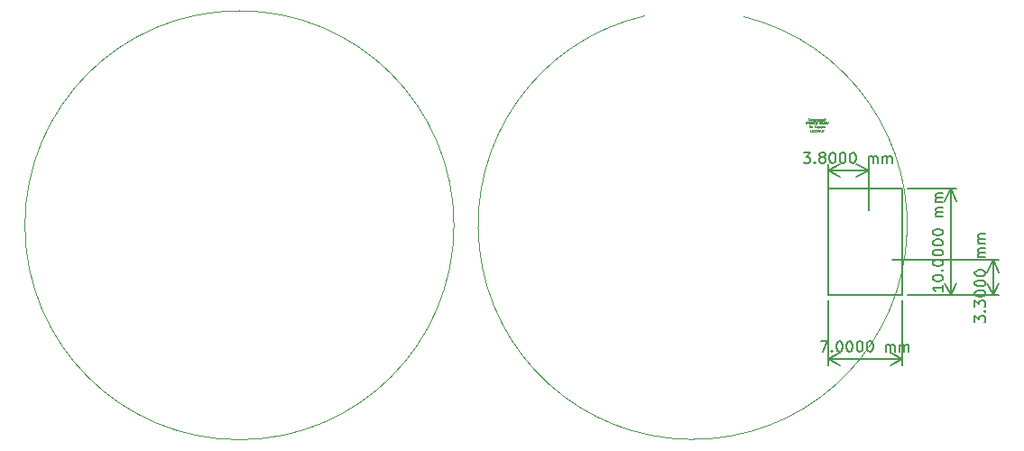
<source format=gbr>
%TF.GenerationSoftware,KiCad,Pcbnew,9.0.1-9.0.1-0~ubuntu22.04.1*%
%TF.CreationDate,2025-04-16T22:26:59+05:30*%
%TF.ProjectId,BEEWATCH MK2,42454557-4154-4434-9820-4d4b322e6b69,rev?*%
%TF.SameCoordinates,Original*%
%TF.FileFunction,Other,Comment*%
%FSLAX46Y46*%
G04 Gerber Fmt 4.6, Leading zero omitted, Abs format (unit mm)*
G04 Created by KiCad (PCBNEW 9.0.1-9.0.1-0~ubuntu22.04.1) date 2025-04-16 22:26:59*
%MOMM*%
%LPD*%
G01*
G04 APERTURE LIST*
%ADD10C,0.150000*%
%ADD11C,0.100000*%
%ADD12C,0.040000*%
G04 APERTURE END LIST*
D10*
X12700000Y3400000D02*
X19700000Y3400000D01*
X19700000Y-6600000D01*
X12700000Y-6600000D01*
X12700000Y3400000D01*
D11*
X-22400103Y-29088D02*
G75*
G02*
X-62661747Y-29088I-20130822J0D01*
G01*
X-62661747Y-29088D02*
G75*
G02*
X-22400103Y-29088I20130822J0D01*
G01*
X4790453Y19552533D02*
G75*
G02*
X-4509550Y19619224I-4790453J-19552533D01*
G01*
D10*
X23504819Y-5647618D02*
X23504819Y-6219046D01*
X23504819Y-5933332D02*
X22504819Y-5933332D01*
X22504819Y-5933332D02*
X22647676Y-6028570D01*
X22647676Y-6028570D02*
X22742914Y-6123808D01*
X22742914Y-6123808D02*
X22790533Y-6219046D01*
X22504819Y-5028570D02*
X22504819Y-4933332D01*
X22504819Y-4933332D02*
X22552438Y-4838094D01*
X22552438Y-4838094D02*
X22600057Y-4790475D01*
X22600057Y-4790475D02*
X22695295Y-4742856D01*
X22695295Y-4742856D02*
X22885771Y-4695237D01*
X22885771Y-4695237D02*
X23123866Y-4695237D01*
X23123866Y-4695237D02*
X23314342Y-4742856D01*
X23314342Y-4742856D02*
X23409580Y-4790475D01*
X23409580Y-4790475D02*
X23457200Y-4838094D01*
X23457200Y-4838094D02*
X23504819Y-4933332D01*
X23504819Y-4933332D02*
X23504819Y-5028570D01*
X23504819Y-5028570D02*
X23457200Y-5123808D01*
X23457200Y-5123808D02*
X23409580Y-5171427D01*
X23409580Y-5171427D02*
X23314342Y-5219046D01*
X23314342Y-5219046D02*
X23123866Y-5266665D01*
X23123866Y-5266665D02*
X22885771Y-5266665D01*
X22885771Y-5266665D02*
X22695295Y-5219046D01*
X22695295Y-5219046D02*
X22600057Y-5171427D01*
X22600057Y-5171427D02*
X22552438Y-5123808D01*
X22552438Y-5123808D02*
X22504819Y-5028570D01*
X23409580Y-4266665D02*
X23457200Y-4219046D01*
X23457200Y-4219046D02*
X23504819Y-4266665D01*
X23504819Y-4266665D02*
X23457200Y-4314284D01*
X23457200Y-4314284D02*
X23409580Y-4266665D01*
X23409580Y-4266665D02*
X23504819Y-4266665D01*
X22504819Y-3599999D02*
X22504819Y-3504761D01*
X22504819Y-3504761D02*
X22552438Y-3409523D01*
X22552438Y-3409523D02*
X22600057Y-3361904D01*
X22600057Y-3361904D02*
X22695295Y-3314285D01*
X22695295Y-3314285D02*
X22885771Y-3266666D01*
X22885771Y-3266666D02*
X23123866Y-3266666D01*
X23123866Y-3266666D02*
X23314342Y-3314285D01*
X23314342Y-3314285D02*
X23409580Y-3361904D01*
X23409580Y-3361904D02*
X23457200Y-3409523D01*
X23457200Y-3409523D02*
X23504819Y-3504761D01*
X23504819Y-3504761D02*
X23504819Y-3599999D01*
X23504819Y-3599999D02*
X23457200Y-3695237D01*
X23457200Y-3695237D02*
X23409580Y-3742856D01*
X23409580Y-3742856D02*
X23314342Y-3790475D01*
X23314342Y-3790475D02*
X23123866Y-3838094D01*
X23123866Y-3838094D02*
X22885771Y-3838094D01*
X22885771Y-3838094D02*
X22695295Y-3790475D01*
X22695295Y-3790475D02*
X22600057Y-3742856D01*
X22600057Y-3742856D02*
X22552438Y-3695237D01*
X22552438Y-3695237D02*
X22504819Y-3599999D01*
X22504819Y-2647618D02*
X22504819Y-2552380D01*
X22504819Y-2552380D02*
X22552438Y-2457142D01*
X22552438Y-2457142D02*
X22600057Y-2409523D01*
X22600057Y-2409523D02*
X22695295Y-2361904D01*
X22695295Y-2361904D02*
X22885771Y-2314285D01*
X22885771Y-2314285D02*
X23123866Y-2314285D01*
X23123866Y-2314285D02*
X23314342Y-2361904D01*
X23314342Y-2361904D02*
X23409580Y-2409523D01*
X23409580Y-2409523D02*
X23457200Y-2457142D01*
X23457200Y-2457142D02*
X23504819Y-2552380D01*
X23504819Y-2552380D02*
X23504819Y-2647618D01*
X23504819Y-2647618D02*
X23457200Y-2742856D01*
X23457200Y-2742856D02*
X23409580Y-2790475D01*
X23409580Y-2790475D02*
X23314342Y-2838094D01*
X23314342Y-2838094D02*
X23123866Y-2885713D01*
X23123866Y-2885713D02*
X22885771Y-2885713D01*
X22885771Y-2885713D02*
X22695295Y-2838094D01*
X22695295Y-2838094D02*
X22600057Y-2790475D01*
X22600057Y-2790475D02*
X22552438Y-2742856D01*
X22552438Y-2742856D02*
X22504819Y-2647618D01*
X22504819Y-1695237D02*
X22504819Y-1599999D01*
X22504819Y-1599999D02*
X22552438Y-1504761D01*
X22552438Y-1504761D02*
X22600057Y-1457142D01*
X22600057Y-1457142D02*
X22695295Y-1409523D01*
X22695295Y-1409523D02*
X22885771Y-1361904D01*
X22885771Y-1361904D02*
X23123866Y-1361904D01*
X23123866Y-1361904D02*
X23314342Y-1409523D01*
X23314342Y-1409523D02*
X23409580Y-1457142D01*
X23409580Y-1457142D02*
X23457200Y-1504761D01*
X23457200Y-1504761D02*
X23504819Y-1599999D01*
X23504819Y-1599999D02*
X23504819Y-1695237D01*
X23504819Y-1695237D02*
X23457200Y-1790475D01*
X23457200Y-1790475D02*
X23409580Y-1838094D01*
X23409580Y-1838094D02*
X23314342Y-1885713D01*
X23314342Y-1885713D02*
X23123866Y-1933332D01*
X23123866Y-1933332D02*
X22885771Y-1933332D01*
X22885771Y-1933332D02*
X22695295Y-1885713D01*
X22695295Y-1885713D02*
X22600057Y-1838094D01*
X22600057Y-1838094D02*
X22552438Y-1790475D01*
X22552438Y-1790475D02*
X22504819Y-1695237D01*
X22504819Y-742856D02*
X22504819Y-647618D01*
X22504819Y-647618D02*
X22552438Y-552380D01*
X22552438Y-552380D02*
X22600057Y-504761D01*
X22600057Y-504761D02*
X22695295Y-457142D01*
X22695295Y-457142D02*
X22885771Y-409523D01*
X22885771Y-409523D02*
X23123866Y-409523D01*
X23123866Y-409523D02*
X23314342Y-457142D01*
X23314342Y-457142D02*
X23409580Y-504761D01*
X23409580Y-504761D02*
X23457200Y-552380D01*
X23457200Y-552380D02*
X23504819Y-647618D01*
X23504819Y-647618D02*
X23504819Y-742856D01*
X23504819Y-742856D02*
X23457200Y-838094D01*
X23457200Y-838094D02*
X23409580Y-885713D01*
X23409580Y-885713D02*
X23314342Y-933332D01*
X23314342Y-933332D02*
X23123866Y-980951D01*
X23123866Y-980951D02*
X22885771Y-980951D01*
X22885771Y-980951D02*
X22695295Y-933332D01*
X22695295Y-933332D02*
X22600057Y-885713D01*
X22600057Y-885713D02*
X22552438Y-838094D01*
X22552438Y-838094D02*
X22504819Y-742856D01*
X23504819Y780954D02*
X22838152Y780954D01*
X22933390Y780954D02*
X22885771Y828573D01*
X22885771Y828573D02*
X22838152Y923811D01*
X22838152Y923811D02*
X22838152Y1066668D01*
X22838152Y1066668D02*
X22885771Y1161906D01*
X22885771Y1161906D02*
X22981009Y1209525D01*
X22981009Y1209525D02*
X23504819Y1209525D01*
X22981009Y1209525D02*
X22885771Y1257144D01*
X22885771Y1257144D02*
X22838152Y1352382D01*
X22838152Y1352382D02*
X22838152Y1495239D01*
X22838152Y1495239D02*
X22885771Y1590478D01*
X22885771Y1590478D02*
X22981009Y1638097D01*
X22981009Y1638097D02*
X23504819Y1638097D01*
X23504819Y2114287D02*
X22838152Y2114287D01*
X22933390Y2114287D02*
X22885771Y2161906D01*
X22885771Y2161906D02*
X22838152Y2257144D01*
X22838152Y2257144D02*
X22838152Y2400001D01*
X22838152Y2400001D02*
X22885771Y2495239D01*
X22885771Y2495239D02*
X22981009Y2542858D01*
X22981009Y2542858D02*
X23504819Y2542858D01*
X22981009Y2542858D02*
X22885771Y2590477D01*
X22885771Y2590477D02*
X22838152Y2685715D01*
X22838152Y2685715D02*
X22838152Y2828572D01*
X22838152Y2828572D02*
X22885771Y2923811D01*
X22885771Y2923811D02*
X22981009Y2971430D01*
X22981009Y2971430D02*
X23504819Y2971430D01*
X20200000Y3400000D02*
X24786420Y3400000D01*
X24786420Y-6600000D02*
X20200000Y-6600000D01*
X24200000Y3400000D02*
X24200000Y-6600000D01*
X24200000Y3400000D02*
X24786421Y2273496D01*
X24200000Y3400000D02*
X23613579Y2273496D01*
X24200000Y-6600000D02*
X23613579Y-5473496D01*
X24200000Y-6600000D02*
X24786421Y-5473496D01*
X26479819Y-9140475D02*
X26479819Y-8521428D01*
X26479819Y-8521428D02*
X26860771Y-8854761D01*
X26860771Y-8854761D02*
X26860771Y-8711904D01*
X26860771Y-8711904D02*
X26908390Y-8616666D01*
X26908390Y-8616666D02*
X26956009Y-8569047D01*
X26956009Y-8569047D02*
X27051247Y-8521428D01*
X27051247Y-8521428D02*
X27289342Y-8521428D01*
X27289342Y-8521428D02*
X27384580Y-8569047D01*
X27384580Y-8569047D02*
X27432200Y-8616666D01*
X27432200Y-8616666D02*
X27479819Y-8711904D01*
X27479819Y-8711904D02*
X27479819Y-8997618D01*
X27479819Y-8997618D02*
X27432200Y-9092856D01*
X27432200Y-9092856D02*
X27384580Y-9140475D01*
X27384580Y-8092856D02*
X27432200Y-8045237D01*
X27432200Y-8045237D02*
X27479819Y-8092856D01*
X27479819Y-8092856D02*
X27432200Y-8140475D01*
X27432200Y-8140475D02*
X27384580Y-8092856D01*
X27384580Y-8092856D02*
X27479819Y-8092856D01*
X26479819Y-7711904D02*
X26479819Y-7092857D01*
X26479819Y-7092857D02*
X26860771Y-7426190D01*
X26860771Y-7426190D02*
X26860771Y-7283333D01*
X26860771Y-7283333D02*
X26908390Y-7188095D01*
X26908390Y-7188095D02*
X26956009Y-7140476D01*
X26956009Y-7140476D02*
X27051247Y-7092857D01*
X27051247Y-7092857D02*
X27289342Y-7092857D01*
X27289342Y-7092857D02*
X27384580Y-7140476D01*
X27384580Y-7140476D02*
X27432200Y-7188095D01*
X27432200Y-7188095D02*
X27479819Y-7283333D01*
X27479819Y-7283333D02*
X27479819Y-7569047D01*
X27479819Y-7569047D02*
X27432200Y-7664285D01*
X27432200Y-7664285D02*
X27384580Y-7711904D01*
X26479819Y-6473809D02*
X26479819Y-6378571D01*
X26479819Y-6378571D02*
X26527438Y-6283333D01*
X26527438Y-6283333D02*
X26575057Y-6235714D01*
X26575057Y-6235714D02*
X26670295Y-6188095D01*
X26670295Y-6188095D02*
X26860771Y-6140476D01*
X26860771Y-6140476D02*
X27098866Y-6140476D01*
X27098866Y-6140476D02*
X27289342Y-6188095D01*
X27289342Y-6188095D02*
X27384580Y-6235714D01*
X27384580Y-6235714D02*
X27432200Y-6283333D01*
X27432200Y-6283333D02*
X27479819Y-6378571D01*
X27479819Y-6378571D02*
X27479819Y-6473809D01*
X27479819Y-6473809D02*
X27432200Y-6569047D01*
X27432200Y-6569047D02*
X27384580Y-6616666D01*
X27384580Y-6616666D02*
X27289342Y-6664285D01*
X27289342Y-6664285D02*
X27098866Y-6711904D01*
X27098866Y-6711904D02*
X26860771Y-6711904D01*
X26860771Y-6711904D02*
X26670295Y-6664285D01*
X26670295Y-6664285D02*
X26575057Y-6616666D01*
X26575057Y-6616666D02*
X26527438Y-6569047D01*
X26527438Y-6569047D02*
X26479819Y-6473809D01*
X26479819Y-5521428D02*
X26479819Y-5426190D01*
X26479819Y-5426190D02*
X26527438Y-5330952D01*
X26527438Y-5330952D02*
X26575057Y-5283333D01*
X26575057Y-5283333D02*
X26670295Y-5235714D01*
X26670295Y-5235714D02*
X26860771Y-5188095D01*
X26860771Y-5188095D02*
X27098866Y-5188095D01*
X27098866Y-5188095D02*
X27289342Y-5235714D01*
X27289342Y-5235714D02*
X27384580Y-5283333D01*
X27384580Y-5283333D02*
X27432200Y-5330952D01*
X27432200Y-5330952D02*
X27479819Y-5426190D01*
X27479819Y-5426190D02*
X27479819Y-5521428D01*
X27479819Y-5521428D02*
X27432200Y-5616666D01*
X27432200Y-5616666D02*
X27384580Y-5664285D01*
X27384580Y-5664285D02*
X27289342Y-5711904D01*
X27289342Y-5711904D02*
X27098866Y-5759523D01*
X27098866Y-5759523D02*
X26860771Y-5759523D01*
X26860771Y-5759523D02*
X26670295Y-5711904D01*
X26670295Y-5711904D02*
X26575057Y-5664285D01*
X26575057Y-5664285D02*
X26527438Y-5616666D01*
X26527438Y-5616666D02*
X26479819Y-5521428D01*
X26479819Y-4569047D02*
X26479819Y-4473809D01*
X26479819Y-4473809D02*
X26527438Y-4378571D01*
X26527438Y-4378571D02*
X26575057Y-4330952D01*
X26575057Y-4330952D02*
X26670295Y-4283333D01*
X26670295Y-4283333D02*
X26860771Y-4235714D01*
X26860771Y-4235714D02*
X27098866Y-4235714D01*
X27098866Y-4235714D02*
X27289342Y-4283333D01*
X27289342Y-4283333D02*
X27384580Y-4330952D01*
X27384580Y-4330952D02*
X27432200Y-4378571D01*
X27432200Y-4378571D02*
X27479819Y-4473809D01*
X27479819Y-4473809D02*
X27479819Y-4569047D01*
X27479819Y-4569047D02*
X27432200Y-4664285D01*
X27432200Y-4664285D02*
X27384580Y-4711904D01*
X27384580Y-4711904D02*
X27289342Y-4759523D01*
X27289342Y-4759523D02*
X27098866Y-4807142D01*
X27098866Y-4807142D02*
X26860771Y-4807142D01*
X26860771Y-4807142D02*
X26670295Y-4759523D01*
X26670295Y-4759523D02*
X26575057Y-4711904D01*
X26575057Y-4711904D02*
X26527438Y-4664285D01*
X26527438Y-4664285D02*
X26479819Y-4569047D01*
X27479819Y-3045237D02*
X26813152Y-3045237D01*
X26908390Y-3045237D02*
X26860771Y-2997618D01*
X26860771Y-2997618D02*
X26813152Y-2902380D01*
X26813152Y-2902380D02*
X26813152Y-2759523D01*
X26813152Y-2759523D02*
X26860771Y-2664285D01*
X26860771Y-2664285D02*
X26956009Y-2616666D01*
X26956009Y-2616666D02*
X27479819Y-2616666D01*
X26956009Y-2616666D02*
X26860771Y-2569047D01*
X26860771Y-2569047D02*
X26813152Y-2473809D01*
X26813152Y-2473809D02*
X26813152Y-2330952D01*
X26813152Y-2330952D02*
X26860771Y-2235713D01*
X26860771Y-2235713D02*
X26956009Y-2188094D01*
X26956009Y-2188094D02*
X27479819Y-2188094D01*
X27479819Y-1711904D02*
X26813152Y-1711904D01*
X26908390Y-1711904D02*
X26860771Y-1664285D01*
X26860771Y-1664285D02*
X26813152Y-1569047D01*
X26813152Y-1569047D02*
X26813152Y-1426190D01*
X26813152Y-1426190D02*
X26860771Y-1330952D01*
X26860771Y-1330952D02*
X26956009Y-1283333D01*
X26956009Y-1283333D02*
X27479819Y-1283333D01*
X26956009Y-1283333D02*
X26860771Y-1235714D01*
X26860771Y-1235714D02*
X26813152Y-1140476D01*
X26813152Y-1140476D02*
X26813152Y-997619D01*
X26813152Y-997619D02*
X26860771Y-902380D01*
X26860771Y-902380D02*
X26956009Y-854761D01*
X26956009Y-854761D02*
X27479819Y-854761D01*
X20200000Y-6600000D02*
X28761420Y-6600000D01*
X28761420Y-3300000D02*
X18700000Y-3300000D01*
X28175000Y-6600000D02*
X28175000Y-3300000D01*
X28175000Y-6600000D02*
X27588579Y-5473496D01*
X28175000Y-6600000D02*
X28761421Y-5473496D01*
X28175000Y-3300000D02*
X28761421Y-4426504D01*
X28175000Y-3300000D02*
X27588579Y-4426504D01*
X10409524Y6795181D02*
X11028571Y6795181D01*
X11028571Y6795181D02*
X10695238Y6414229D01*
X10695238Y6414229D02*
X10838095Y6414229D01*
X10838095Y6414229D02*
X10933333Y6366610D01*
X10933333Y6366610D02*
X10980952Y6318991D01*
X10980952Y6318991D02*
X11028571Y6223753D01*
X11028571Y6223753D02*
X11028571Y5985658D01*
X11028571Y5985658D02*
X10980952Y5890420D01*
X10980952Y5890420D02*
X10933333Y5842800D01*
X10933333Y5842800D02*
X10838095Y5795181D01*
X10838095Y5795181D02*
X10552381Y5795181D01*
X10552381Y5795181D02*
X10457143Y5842800D01*
X10457143Y5842800D02*
X10409524Y5890420D01*
X11457143Y5890420D02*
X11504762Y5842800D01*
X11504762Y5842800D02*
X11457143Y5795181D01*
X11457143Y5795181D02*
X11409524Y5842800D01*
X11409524Y5842800D02*
X11457143Y5890420D01*
X11457143Y5890420D02*
X11457143Y5795181D01*
X12076190Y6366610D02*
X11980952Y6414229D01*
X11980952Y6414229D02*
X11933333Y6461848D01*
X11933333Y6461848D02*
X11885714Y6557086D01*
X11885714Y6557086D02*
X11885714Y6604705D01*
X11885714Y6604705D02*
X11933333Y6699943D01*
X11933333Y6699943D02*
X11980952Y6747562D01*
X11980952Y6747562D02*
X12076190Y6795181D01*
X12076190Y6795181D02*
X12266666Y6795181D01*
X12266666Y6795181D02*
X12361904Y6747562D01*
X12361904Y6747562D02*
X12409523Y6699943D01*
X12409523Y6699943D02*
X12457142Y6604705D01*
X12457142Y6604705D02*
X12457142Y6557086D01*
X12457142Y6557086D02*
X12409523Y6461848D01*
X12409523Y6461848D02*
X12361904Y6414229D01*
X12361904Y6414229D02*
X12266666Y6366610D01*
X12266666Y6366610D02*
X12076190Y6366610D01*
X12076190Y6366610D02*
X11980952Y6318991D01*
X11980952Y6318991D02*
X11933333Y6271372D01*
X11933333Y6271372D02*
X11885714Y6176134D01*
X11885714Y6176134D02*
X11885714Y5985658D01*
X11885714Y5985658D02*
X11933333Y5890420D01*
X11933333Y5890420D02*
X11980952Y5842800D01*
X11980952Y5842800D02*
X12076190Y5795181D01*
X12076190Y5795181D02*
X12266666Y5795181D01*
X12266666Y5795181D02*
X12361904Y5842800D01*
X12361904Y5842800D02*
X12409523Y5890420D01*
X12409523Y5890420D02*
X12457142Y5985658D01*
X12457142Y5985658D02*
X12457142Y6176134D01*
X12457142Y6176134D02*
X12409523Y6271372D01*
X12409523Y6271372D02*
X12361904Y6318991D01*
X12361904Y6318991D02*
X12266666Y6366610D01*
X13076190Y6795181D02*
X13171428Y6795181D01*
X13171428Y6795181D02*
X13266666Y6747562D01*
X13266666Y6747562D02*
X13314285Y6699943D01*
X13314285Y6699943D02*
X13361904Y6604705D01*
X13361904Y6604705D02*
X13409523Y6414229D01*
X13409523Y6414229D02*
X13409523Y6176134D01*
X13409523Y6176134D02*
X13361904Y5985658D01*
X13361904Y5985658D02*
X13314285Y5890420D01*
X13314285Y5890420D02*
X13266666Y5842800D01*
X13266666Y5842800D02*
X13171428Y5795181D01*
X13171428Y5795181D02*
X13076190Y5795181D01*
X13076190Y5795181D02*
X12980952Y5842800D01*
X12980952Y5842800D02*
X12933333Y5890420D01*
X12933333Y5890420D02*
X12885714Y5985658D01*
X12885714Y5985658D02*
X12838095Y6176134D01*
X12838095Y6176134D02*
X12838095Y6414229D01*
X12838095Y6414229D02*
X12885714Y6604705D01*
X12885714Y6604705D02*
X12933333Y6699943D01*
X12933333Y6699943D02*
X12980952Y6747562D01*
X12980952Y6747562D02*
X13076190Y6795181D01*
X14028571Y6795181D02*
X14123809Y6795181D01*
X14123809Y6795181D02*
X14219047Y6747562D01*
X14219047Y6747562D02*
X14266666Y6699943D01*
X14266666Y6699943D02*
X14314285Y6604705D01*
X14314285Y6604705D02*
X14361904Y6414229D01*
X14361904Y6414229D02*
X14361904Y6176134D01*
X14361904Y6176134D02*
X14314285Y5985658D01*
X14314285Y5985658D02*
X14266666Y5890420D01*
X14266666Y5890420D02*
X14219047Y5842800D01*
X14219047Y5842800D02*
X14123809Y5795181D01*
X14123809Y5795181D02*
X14028571Y5795181D01*
X14028571Y5795181D02*
X13933333Y5842800D01*
X13933333Y5842800D02*
X13885714Y5890420D01*
X13885714Y5890420D02*
X13838095Y5985658D01*
X13838095Y5985658D02*
X13790476Y6176134D01*
X13790476Y6176134D02*
X13790476Y6414229D01*
X13790476Y6414229D02*
X13838095Y6604705D01*
X13838095Y6604705D02*
X13885714Y6699943D01*
X13885714Y6699943D02*
X13933333Y6747562D01*
X13933333Y6747562D02*
X14028571Y6795181D01*
X14980952Y6795181D02*
X15076190Y6795181D01*
X15076190Y6795181D02*
X15171428Y6747562D01*
X15171428Y6747562D02*
X15219047Y6699943D01*
X15219047Y6699943D02*
X15266666Y6604705D01*
X15266666Y6604705D02*
X15314285Y6414229D01*
X15314285Y6414229D02*
X15314285Y6176134D01*
X15314285Y6176134D02*
X15266666Y5985658D01*
X15266666Y5985658D02*
X15219047Y5890420D01*
X15219047Y5890420D02*
X15171428Y5842800D01*
X15171428Y5842800D02*
X15076190Y5795181D01*
X15076190Y5795181D02*
X14980952Y5795181D01*
X14980952Y5795181D02*
X14885714Y5842800D01*
X14885714Y5842800D02*
X14838095Y5890420D01*
X14838095Y5890420D02*
X14790476Y5985658D01*
X14790476Y5985658D02*
X14742857Y6176134D01*
X14742857Y6176134D02*
X14742857Y6414229D01*
X14742857Y6414229D02*
X14790476Y6604705D01*
X14790476Y6604705D02*
X14838095Y6699943D01*
X14838095Y6699943D02*
X14885714Y6747562D01*
X14885714Y6747562D02*
X14980952Y6795181D01*
X16504762Y5795181D02*
X16504762Y6461848D01*
X16504762Y6366610D02*
X16552381Y6414229D01*
X16552381Y6414229D02*
X16647619Y6461848D01*
X16647619Y6461848D02*
X16790476Y6461848D01*
X16790476Y6461848D02*
X16885714Y6414229D01*
X16885714Y6414229D02*
X16933333Y6318991D01*
X16933333Y6318991D02*
X16933333Y5795181D01*
X16933333Y6318991D02*
X16980952Y6414229D01*
X16980952Y6414229D02*
X17076190Y6461848D01*
X17076190Y6461848D02*
X17219047Y6461848D01*
X17219047Y6461848D02*
X17314286Y6414229D01*
X17314286Y6414229D02*
X17361905Y6318991D01*
X17361905Y6318991D02*
X17361905Y5795181D01*
X17838095Y5795181D02*
X17838095Y6461848D01*
X17838095Y6366610D02*
X17885714Y6414229D01*
X17885714Y6414229D02*
X17980952Y6461848D01*
X17980952Y6461848D02*
X18123809Y6461848D01*
X18123809Y6461848D02*
X18219047Y6414229D01*
X18219047Y6414229D02*
X18266666Y6318991D01*
X18266666Y6318991D02*
X18266666Y5795181D01*
X18266666Y6318991D02*
X18314285Y6414229D01*
X18314285Y6414229D02*
X18409523Y6461848D01*
X18409523Y6461848D02*
X18552380Y6461848D01*
X18552380Y6461848D02*
X18647619Y6414229D01*
X18647619Y6414229D02*
X18695238Y6318991D01*
X18695238Y6318991D02*
X18695238Y5795181D01*
X12700000Y1400000D02*
X12700000Y5686420D01*
X16500000Y5686420D02*
X16500000Y1400000D01*
X12700000Y5100000D02*
X16500000Y5100000D01*
X12700000Y5100000D02*
X13826504Y5686421D01*
X12700000Y5100000D02*
X13826504Y4513579D01*
X16500000Y5100000D02*
X15373496Y4513579D01*
X16500000Y5100000D02*
X15373496Y5686421D01*
X12009524Y-10904819D02*
X12676190Y-10904819D01*
X12676190Y-10904819D02*
X12247619Y-11904819D01*
X13057143Y-11809580D02*
X13104762Y-11857200D01*
X13104762Y-11857200D02*
X13057143Y-11904819D01*
X13057143Y-11904819D02*
X13009524Y-11857200D01*
X13009524Y-11857200D02*
X13057143Y-11809580D01*
X13057143Y-11809580D02*
X13057143Y-11904819D01*
X13723809Y-10904819D02*
X13819047Y-10904819D01*
X13819047Y-10904819D02*
X13914285Y-10952438D01*
X13914285Y-10952438D02*
X13961904Y-11000057D01*
X13961904Y-11000057D02*
X14009523Y-11095295D01*
X14009523Y-11095295D02*
X14057142Y-11285771D01*
X14057142Y-11285771D02*
X14057142Y-11523866D01*
X14057142Y-11523866D02*
X14009523Y-11714342D01*
X14009523Y-11714342D02*
X13961904Y-11809580D01*
X13961904Y-11809580D02*
X13914285Y-11857200D01*
X13914285Y-11857200D02*
X13819047Y-11904819D01*
X13819047Y-11904819D02*
X13723809Y-11904819D01*
X13723809Y-11904819D02*
X13628571Y-11857200D01*
X13628571Y-11857200D02*
X13580952Y-11809580D01*
X13580952Y-11809580D02*
X13533333Y-11714342D01*
X13533333Y-11714342D02*
X13485714Y-11523866D01*
X13485714Y-11523866D02*
X13485714Y-11285771D01*
X13485714Y-11285771D02*
X13533333Y-11095295D01*
X13533333Y-11095295D02*
X13580952Y-11000057D01*
X13580952Y-11000057D02*
X13628571Y-10952438D01*
X13628571Y-10952438D02*
X13723809Y-10904819D01*
X14676190Y-10904819D02*
X14771428Y-10904819D01*
X14771428Y-10904819D02*
X14866666Y-10952438D01*
X14866666Y-10952438D02*
X14914285Y-11000057D01*
X14914285Y-11000057D02*
X14961904Y-11095295D01*
X14961904Y-11095295D02*
X15009523Y-11285771D01*
X15009523Y-11285771D02*
X15009523Y-11523866D01*
X15009523Y-11523866D02*
X14961904Y-11714342D01*
X14961904Y-11714342D02*
X14914285Y-11809580D01*
X14914285Y-11809580D02*
X14866666Y-11857200D01*
X14866666Y-11857200D02*
X14771428Y-11904819D01*
X14771428Y-11904819D02*
X14676190Y-11904819D01*
X14676190Y-11904819D02*
X14580952Y-11857200D01*
X14580952Y-11857200D02*
X14533333Y-11809580D01*
X14533333Y-11809580D02*
X14485714Y-11714342D01*
X14485714Y-11714342D02*
X14438095Y-11523866D01*
X14438095Y-11523866D02*
X14438095Y-11285771D01*
X14438095Y-11285771D02*
X14485714Y-11095295D01*
X14485714Y-11095295D02*
X14533333Y-11000057D01*
X14533333Y-11000057D02*
X14580952Y-10952438D01*
X14580952Y-10952438D02*
X14676190Y-10904819D01*
X15628571Y-10904819D02*
X15723809Y-10904819D01*
X15723809Y-10904819D02*
X15819047Y-10952438D01*
X15819047Y-10952438D02*
X15866666Y-11000057D01*
X15866666Y-11000057D02*
X15914285Y-11095295D01*
X15914285Y-11095295D02*
X15961904Y-11285771D01*
X15961904Y-11285771D02*
X15961904Y-11523866D01*
X15961904Y-11523866D02*
X15914285Y-11714342D01*
X15914285Y-11714342D02*
X15866666Y-11809580D01*
X15866666Y-11809580D02*
X15819047Y-11857200D01*
X15819047Y-11857200D02*
X15723809Y-11904819D01*
X15723809Y-11904819D02*
X15628571Y-11904819D01*
X15628571Y-11904819D02*
X15533333Y-11857200D01*
X15533333Y-11857200D02*
X15485714Y-11809580D01*
X15485714Y-11809580D02*
X15438095Y-11714342D01*
X15438095Y-11714342D02*
X15390476Y-11523866D01*
X15390476Y-11523866D02*
X15390476Y-11285771D01*
X15390476Y-11285771D02*
X15438095Y-11095295D01*
X15438095Y-11095295D02*
X15485714Y-11000057D01*
X15485714Y-11000057D02*
X15533333Y-10952438D01*
X15533333Y-10952438D02*
X15628571Y-10904819D01*
X16580952Y-10904819D02*
X16676190Y-10904819D01*
X16676190Y-10904819D02*
X16771428Y-10952438D01*
X16771428Y-10952438D02*
X16819047Y-11000057D01*
X16819047Y-11000057D02*
X16866666Y-11095295D01*
X16866666Y-11095295D02*
X16914285Y-11285771D01*
X16914285Y-11285771D02*
X16914285Y-11523866D01*
X16914285Y-11523866D02*
X16866666Y-11714342D01*
X16866666Y-11714342D02*
X16819047Y-11809580D01*
X16819047Y-11809580D02*
X16771428Y-11857200D01*
X16771428Y-11857200D02*
X16676190Y-11904819D01*
X16676190Y-11904819D02*
X16580952Y-11904819D01*
X16580952Y-11904819D02*
X16485714Y-11857200D01*
X16485714Y-11857200D02*
X16438095Y-11809580D01*
X16438095Y-11809580D02*
X16390476Y-11714342D01*
X16390476Y-11714342D02*
X16342857Y-11523866D01*
X16342857Y-11523866D02*
X16342857Y-11285771D01*
X16342857Y-11285771D02*
X16390476Y-11095295D01*
X16390476Y-11095295D02*
X16438095Y-11000057D01*
X16438095Y-11000057D02*
X16485714Y-10952438D01*
X16485714Y-10952438D02*
X16580952Y-10904819D01*
X18104762Y-11904819D02*
X18104762Y-11238152D01*
X18104762Y-11333390D02*
X18152381Y-11285771D01*
X18152381Y-11285771D02*
X18247619Y-11238152D01*
X18247619Y-11238152D02*
X18390476Y-11238152D01*
X18390476Y-11238152D02*
X18485714Y-11285771D01*
X18485714Y-11285771D02*
X18533333Y-11381009D01*
X18533333Y-11381009D02*
X18533333Y-11904819D01*
X18533333Y-11381009D02*
X18580952Y-11285771D01*
X18580952Y-11285771D02*
X18676190Y-11238152D01*
X18676190Y-11238152D02*
X18819047Y-11238152D01*
X18819047Y-11238152D02*
X18914286Y-11285771D01*
X18914286Y-11285771D02*
X18961905Y-11381009D01*
X18961905Y-11381009D02*
X18961905Y-11904819D01*
X19438095Y-11904819D02*
X19438095Y-11238152D01*
X19438095Y-11333390D02*
X19485714Y-11285771D01*
X19485714Y-11285771D02*
X19580952Y-11238152D01*
X19580952Y-11238152D02*
X19723809Y-11238152D01*
X19723809Y-11238152D02*
X19819047Y-11285771D01*
X19819047Y-11285771D02*
X19866666Y-11381009D01*
X19866666Y-11381009D02*
X19866666Y-11904819D01*
X19866666Y-11381009D02*
X19914285Y-11285771D01*
X19914285Y-11285771D02*
X20009523Y-11238152D01*
X20009523Y-11238152D02*
X20152380Y-11238152D01*
X20152380Y-11238152D02*
X20247619Y-11285771D01*
X20247619Y-11285771D02*
X20295238Y-11381009D01*
X20295238Y-11381009D02*
X20295238Y-11904819D01*
X12700000Y-7100000D02*
X12700000Y-13186420D01*
X19700000Y-13186420D02*
X19700000Y-7100000D01*
X12700000Y-12600000D02*
X19700000Y-12600000D01*
X12700000Y-12600000D02*
X13826504Y-12013579D01*
X12700000Y-12600000D02*
X13826504Y-13186421D01*
X19700000Y-12600000D02*
X18573496Y-13186421D01*
X19700000Y-12600000D02*
X18573496Y-12013579D01*
D12*
X11030953Y8759557D02*
X11030953Y8959557D01*
X11145238Y8759557D02*
X11059524Y8873842D01*
X11145238Y8959557D02*
X11030953Y8845271D01*
X11230953Y8864319D02*
X11297619Y8864319D01*
X11326191Y8759557D02*
X11230953Y8759557D01*
X11230953Y8759557D02*
X11230953Y8959557D01*
X11230953Y8959557D02*
X11326191Y8959557D01*
X11411905Y8864319D02*
X11478571Y8864319D01*
X11507143Y8759557D02*
X11411905Y8759557D01*
X11411905Y8759557D02*
X11411905Y8959557D01*
X11411905Y8959557D02*
X11507143Y8959557D01*
X11592857Y8759557D02*
X11592857Y8959557D01*
X11592857Y8959557D02*
X11669047Y8959557D01*
X11669047Y8959557D02*
X11688095Y8950033D01*
X11688095Y8950033D02*
X11697618Y8940509D01*
X11697618Y8940509D02*
X11707142Y8921461D01*
X11707142Y8921461D02*
X11707142Y8892890D01*
X11707142Y8892890D02*
X11697618Y8873842D01*
X11697618Y8873842D02*
X11688095Y8864319D01*
X11688095Y8864319D02*
X11669047Y8854795D01*
X11669047Y8854795D02*
X11592857Y8854795D01*
X11830952Y8959557D02*
X11869047Y8959557D01*
X11869047Y8959557D02*
X11888095Y8950033D01*
X11888095Y8950033D02*
X11907142Y8930985D01*
X11907142Y8930985D02*
X11916666Y8892890D01*
X11916666Y8892890D02*
X11916666Y8826223D01*
X11916666Y8826223D02*
X11907142Y8788128D01*
X11907142Y8788128D02*
X11888095Y8769080D01*
X11888095Y8769080D02*
X11869047Y8759557D01*
X11869047Y8759557D02*
X11830952Y8759557D01*
X11830952Y8759557D02*
X11811904Y8769080D01*
X11811904Y8769080D02*
X11792857Y8788128D01*
X11792857Y8788128D02*
X11783333Y8826223D01*
X11783333Y8826223D02*
X11783333Y8892890D01*
X11783333Y8892890D02*
X11792857Y8930985D01*
X11792857Y8930985D02*
X11811904Y8950033D01*
X11811904Y8950033D02*
X11830952Y8959557D01*
X12002381Y8959557D02*
X12002381Y8797652D01*
X12002381Y8797652D02*
X12011904Y8778604D01*
X12011904Y8778604D02*
X12021428Y8769080D01*
X12021428Y8769080D02*
X12040476Y8759557D01*
X12040476Y8759557D02*
X12078571Y8759557D01*
X12078571Y8759557D02*
X12097619Y8769080D01*
X12097619Y8769080D02*
X12107142Y8778604D01*
X12107142Y8778604D02*
X12116666Y8797652D01*
X12116666Y8797652D02*
X12116666Y8959557D01*
X12183333Y8959557D02*
X12297619Y8959557D01*
X12240476Y8759557D02*
X12240476Y8959557D01*
X10983333Y9828604D02*
X10973809Y9819080D01*
X10973809Y9819080D02*
X10945238Y9809557D01*
X10945238Y9809557D02*
X10926190Y9809557D01*
X10926190Y9809557D02*
X10897619Y9819080D01*
X10897619Y9819080D02*
X10878571Y9838128D01*
X10878571Y9838128D02*
X10869048Y9857176D01*
X10869048Y9857176D02*
X10859524Y9895271D01*
X10859524Y9895271D02*
X10859524Y9923842D01*
X10859524Y9923842D02*
X10869048Y9961938D01*
X10869048Y9961938D02*
X10878571Y9980985D01*
X10878571Y9980985D02*
X10897619Y10000033D01*
X10897619Y10000033D02*
X10926190Y10009557D01*
X10926190Y10009557D02*
X10945238Y10009557D01*
X10945238Y10009557D02*
X10973809Y10000033D01*
X10973809Y10000033D02*
X10983333Y9990509D01*
X11097619Y9809557D02*
X11078571Y9819080D01*
X11078571Y9819080D02*
X11069048Y9828604D01*
X11069048Y9828604D02*
X11059524Y9847652D01*
X11059524Y9847652D02*
X11059524Y9904795D01*
X11059524Y9904795D02*
X11069048Y9923842D01*
X11069048Y9923842D02*
X11078571Y9933366D01*
X11078571Y9933366D02*
X11097619Y9942890D01*
X11097619Y9942890D02*
X11126190Y9942890D01*
X11126190Y9942890D02*
X11145238Y9933366D01*
X11145238Y9933366D02*
X11154762Y9923842D01*
X11154762Y9923842D02*
X11164286Y9904795D01*
X11164286Y9904795D02*
X11164286Y9847652D01*
X11164286Y9847652D02*
X11154762Y9828604D01*
X11154762Y9828604D02*
X11145238Y9819080D01*
X11145238Y9819080D02*
X11126190Y9809557D01*
X11126190Y9809557D02*
X11097619Y9809557D01*
X11250000Y9809557D02*
X11250000Y9942890D01*
X11250000Y9923842D02*
X11259523Y9933366D01*
X11259523Y9933366D02*
X11278571Y9942890D01*
X11278571Y9942890D02*
X11307142Y9942890D01*
X11307142Y9942890D02*
X11326190Y9933366D01*
X11326190Y9933366D02*
X11335714Y9914319D01*
X11335714Y9914319D02*
X11335714Y9809557D01*
X11335714Y9914319D02*
X11345238Y9933366D01*
X11345238Y9933366D02*
X11364285Y9942890D01*
X11364285Y9942890D02*
X11392857Y9942890D01*
X11392857Y9942890D02*
X11411904Y9933366D01*
X11411904Y9933366D02*
X11421428Y9914319D01*
X11421428Y9914319D02*
X11421428Y9809557D01*
X11516667Y9942890D02*
X11516667Y9742890D01*
X11516667Y9933366D02*
X11535714Y9942890D01*
X11535714Y9942890D02*
X11573809Y9942890D01*
X11573809Y9942890D02*
X11592857Y9933366D01*
X11592857Y9933366D02*
X11602381Y9923842D01*
X11602381Y9923842D02*
X11611905Y9904795D01*
X11611905Y9904795D02*
X11611905Y9847652D01*
X11611905Y9847652D02*
X11602381Y9828604D01*
X11602381Y9828604D02*
X11592857Y9819080D01*
X11592857Y9819080D02*
X11573809Y9809557D01*
X11573809Y9809557D02*
X11535714Y9809557D01*
X11535714Y9809557D02*
X11516667Y9819080D01*
X11726190Y9809557D02*
X11707142Y9819080D01*
X11707142Y9819080D02*
X11697619Y9828604D01*
X11697619Y9828604D02*
X11688095Y9847652D01*
X11688095Y9847652D02*
X11688095Y9904795D01*
X11688095Y9904795D02*
X11697619Y9923842D01*
X11697619Y9923842D02*
X11707142Y9933366D01*
X11707142Y9933366D02*
X11726190Y9942890D01*
X11726190Y9942890D02*
X11754761Y9942890D01*
X11754761Y9942890D02*
X11773809Y9933366D01*
X11773809Y9933366D02*
X11783333Y9923842D01*
X11783333Y9923842D02*
X11792857Y9904795D01*
X11792857Y9904795D02*
X11792857Y9847652D01*
X11792857Y9847652D02*
X11783333Y9828604D01*
X11783333Y9828604D02*
X11773809Y9819080D01*
X11773809Y9819080D02*
X11754761Y9809557D01*
X11754761Y9809557D02*
X11726190Y9809557D01*
X11878571Y9942890D02*
X11878571Y9809557D01*
X11878571Y9923842D02*
X11888094Y9933366D01*
X11888094Y9933366D02*
X11907142Y9942890D01*
X11907142Y9942890D02*
X11935713Y9942890D01*
X11935713Y9942890D02*
X11954761Y9933366D01*
X11954761Y9933366D02*
X11964285Y9914319D01*
X11964285Y9914319D02*
X11964285Y9809557D01*
X12135713Y9819080D02*
X12116665Y9809557D01*
X12116665Y9809557D02*
X12078570Y9809557D01*
X12078570Y9809557D02*
X12059523Y9819080D01*
X12059523Y9819080D02*
X12049999Y9838128D01*
X12049999Y9838128D02*
X12049999Y9914319D01*
X12049999Y9914319D02*
X12059523Y9933366D01*
X12059523Y9933366D02*
X12078570Y9942890D01*
X12078570Y9942890D02*
X12116665Y9942890D01*
X12116665Y9942890D02*
X12135713Y9933366D01*
X12135713Y9933366D02*
X12145237Y9914319D01*
X12145237Y9914319D02*
X12145237Y9895271D01*
X12145237Y9895271D02*
X12049999Y9876223D01*
X12230952Y9942890D02*
X12230952Y9809557D01*
X12230952Y9923842D02*
X12240475Y9933366D01*
X12240475Y9933366D02*
X12259523Y9942890D01*
X12259523Y9942890D02*
X12288094Y9942890D01*
X12288094Y9942890D02*
X12307142Y9933366D01*
X12307142Y9933366D02*
X12316666Y9914319D01*
X12316666Y9914319D02*
X12316666Y9809557D01*
X12383332Y9942890D02*
X12459523Y9942890D01*
X12411904Y10009557D02*
X12411904Y9838128D01*
X12411904Y9838128D02*
X12421427Y9819080D01*
X12421427Y9819080D02*
X12440475Y9809557D01*
X12440475Y9809557D02*
X12459523Y9809557D01*
X10907143Y9159557D02*
X10907143Y9359557D01*
X10907143Y9359557D02*
X11021428Y9159557D01*
X11021428Y9159557D02*
X11021428Y9359557D01*
X11145238Y9159557D02*
X11126190Y9169080D01*
X11126190Y9169080D02*
X11116667Y9178604D01*
X11116667Y9178604D02*
X11107143Y9197652D01*
X11107143Y9197652D02*
X11107143Y9254795D01*
X11107143Y9254795D02*
X11116667Y9273842D01*
X11116667Y9273842D02*
X11126190Y9283366D01*
X11126190Y9283366D02*
X11145238Y9292890D01*
X11145238Y9292890D02*
X11173809Y9292890D01*
X11173809Y9292890D02*
X11192857Y9283366D01*
X11192857Y9283366D02*
X11202381Y9273842D01*
X11202381Y9273842D02*
X11211905Y9254795D01*
X11211905Y9254795D02*
X11211905Y9197652D01*
X11211905Y9197652D02*
X11202381Y9178604D01*
X11202381Y9178604D02*
X11192857Y9169080D01*
X11192857Y9169080D02*
X11173809Y9159557D01*
X11173809Y9159557D02*
X11145238Y9159557D01*
X11564285Y9178604D02*
X11554761Y9169080D01*
X11554761Y9169080D02*
X11526190Y9159557D01*
X11526190Y9159557D02*
X11507142Y9159557D01*
X11507142Y9159557D02*
X11478571Y9169080D01*
X11478571Y9169080D02*
X11459523Y9188128D01*
X11459523Y9188128D02*
X11450000Y9207176D01*
X11450000Y9207176D02*
X11440476Y9245271D01*
X11440476Y9245271D02*
X11440476Y9273842D01*
X11440476Y9273842D02*
X11450000Y9311938D01*
X11450000Y9311938D02*
X11459523Y9330985D01*
X11459523Y9330985D02*
X11478571Y9350033D01*
X11478571Y9350033D02*
X11507142Y9359557D01*
X11507142Y9359557D02*
X11526190Y9359557D01*
X11526190Y9359557D02*
X11554761Y9350033D01*
X11554761Y9350033D02*
X11564285Y9340509D01*
X11678571Y9159557D02*
X11659523Y9169080D01*
X11659523Y9169080D02*
X11650000Y9178604D01*
X11650000Y9178604D02*
X11640476Y9197652D01*
X11640476Y9197652D02*
X11640476Y9254795D01*
X11640476Y9254795D02*
X11650000Y9273842D01*
X11650000Y9273842D02*
X11659523Y9283366D01*
X11659523Y9283366D02*
X11678571Y9292890D01*
X11678571Y9292890D02*
X11707142Y9292890D01*
X11707142Y9292890D02*
X11726190Y9283366D01*
X11726190Y9283366D02*
X11735714Y9273842D01*
X11735714Y9273842D02*
X11745238Y9254795D01*
X11745238Y9254795D02*
X11745238Y9197652D01*
X11745238Y9197652D02*
X11735714Y9178604D01*
X11735714Y9178604D02*
X11726190Y9169080D01*
X11726190Y9169080D02*
X11707142Y9159557D01*
X11707142Y9159557D02*
X11678571Y9159557D01*
X11830952Y9292890D02*
X11830952Y9092890D01*
X11830952Y9283366D02*
X11849999Y9292890D01*
X11849999Y9292890D02*
X11888094Y9292890D01*
X11888094Y9292890D02*
X11907142Y9283366D01*
X11907142Y9283366D02*
X11916666Y9273842D01*
X11916666Y9273842D02*
X11926190Y9254795D01*
X11926190Y9254795D02*
X11926190Y9197652D01*
X11926190Y9197652D02*
X11916666Y9178604D01*
X11916666Y9178604D02*
X11907142Y9169080D01*
X11907142Y9169080D02*
X11888094Y9159557D01*
X11888094Y9159557D02*
X11849999Y9159557D01*
X11849999Y9159557D02*
X11830952Y9169080D01*
X12011904Y9292890D02*
X12011904Y9092890D01*
X12011904Y9283366D02*
X12030951Y9292890D01*
X12030951Y9292890D02*
X12069046Y9292890D01*
X12069046Y9292890D02*
X12088094Y9283366D01*
X12088094Y9283366D02*
X12097618Y9273842D01*
X12097618Y9273842D02*
X12107142Y9254795D01*
X12107142Y9254795D02*
X12107142Y9197652D01*
X12107142Y9197652D02*
X12097618Y9178604D01*
X12097618Y9178604D02*
X12088094Y9169080D01*
X12088094Y9169080D02*
X12069046Y9159557D01*
X12069046Y9159557D02*
X12030951Y9159557D01*
X12030951Y9159557D02*
X12011904Y9169080D01*
X12269046Y9169080D02*
X12249998Y9159557D01*
X12249998Y9159557D02*
X12211903Y9159557D01*
X12211903Y9159557D02*
X12192856Y9169080D01*
X12192856Y9169080D02*
X12183332Y9188128D01*
X12183332Y9188128D02*
X12183332Y9264319D01*
X12183332Y9264319D02*
X12192856Y9283366D01*
X12192856Y9283366D02*
X12211903Y9292890D01*
X12211903Y9292890D02*
X12249998Y9292890D01*
X12249998Y9292890D02*
X12269046Y9283366D01*
X12269046Y9283366D02*
X12278570Y9264319D01*
X12278570Y9264319D02*
X12278570Y9245271D01*
X12278570Y9245271D02*
X12183332Y9226223D01*
X12364285Y9159557D02*
X12364285Y9292890D01*
X12364285Y9254795D02*
X12373808Y9273842D01*
X12373808Y9273842D02*
X12383332Y9283366D01*
X12383332Y9283366D02*
X12402380Y9292890D01*
X12402380Y9292890D02*
X12421427Y9292890D01*
X10621428Y9509557D02*
X10621428Y9709557D01*
X10621428Y9709557D02*
X10669047Y9709557D01*
X10669047Y9709557D02*
X10697618Y9700033D01*
X10697618Y9700033D02*
X10716666Y9680985D01*
X10716666Y9680985D02*
X10726189Y9661938D01*
X10726189Y9661938D02*
X10735713Y9623842D01*
X10735713Y9623842D02*
X10735713Y9595271D01*
X10735713Y9595271D02*
X10726189Y9557176D01*
X10726189Y9557176D02*
X10716666Y9538128D01*
X10716666Y9538128D02*
X10697618Y9519080D01*
X10697618Y9519080D02*
X10669047Y9509557D01*
X10669047Y9509557D02*
X10621428Y9509557D01*
X10821428Y9509557D02*
X10821428Y9642890D01*
X10821428Y9709557D02*
X10811904Y9700033D01*
X10811904Y9700033D02*
X10821428Y9690509D01*
X10821428Y9690509D02*
X10830951Y9700033D01*
X10830951Y9700033D02*
X10821428Y9709557D01*
X10821428Y9709557D02*
X10821428Y9690509D01*
X10916666Y9509557D02*
X10916666Y9642890D01*
X10916666Y9604795D02*
X10926189Y9623842D01*
X10926189Y9623842D02*
X10935713Y9633366D01*
X10935713Y9633366D02*
X10954761Y9642890D01*
X10954761Y9642890D02*
X10973808Y9642890D01*
X11116666Y9519080D02*
X11097618Y9509557D01*
X11097618Y9509557D02*
X11059523Y9509557D01*
X11059523Y9509557D02*
X11040476Y9519080D01*
X11040476Y9519080D02*
X11030952Y9538128D01*
X11030952Y9538128D02*
X11030952Y9614319D01*
X11030952Y9614319D02*
X11040476Y9633366D01*
X11040476Y9633366D02*
X11059523Y9642890D01*
X11059523Y9642890D02*
X11097618Y9642890D01*
X11097618Y9642890D02*
X11116666Y9633366D01*
X11116666Y9633366D02*
X11126190Y9614319D01*
X11126190Y9614319D02*
X11126190Y9595271D01*
X11126190Y9595271D02*
X11030952Y9576223D01*
X11297619Y9519080D02*
X11278571Y9509557D01*
X11278571Y9509557D02*
X11240476Y9509557D01*
X11240476Y9509557D02*
X11221428Y9519080D01*
X11221428Y9519080D02*
X11211905Y9528604D01*
X11211905Y9528604D02*
X11202381Y9547652D01*
X11202381Y9547652D02*
X11202381Y9604795D01*
X11202381Y9604795D02*
X11211905Y9623842D01*
X11211905Y9623842D02*
X11221428Y9633366D01*
X11221428Y9633366D02*
X11240476Y9642890D01*
X11240476Y9642890D02*
X11278571Y9642890D01*
X11278571Y9642890D02*
X11297619Y9633366D01*
X11354762Y9642890D02*
X11430953Y9642890D01*
X11383334Y9709557D02*
X11383334Y9538128D01*
X11383334Y9538128D02*
X11392857Y9519080D01*
X11392857Y9519080D02*
X11411905Y9509557D01*
X11411905Y9509557D02*
X11430953Y9509557D01*
X11526191Y9509557D02*
X11507143Y9519080D01*
X11507143Y9519080D02*
X11497620Y9538128D01*
X11497620Y9538128D02*
X11497620Y9709557D01*
X11583334Y9642890D02*
X11630953Y9509557D01*
X11678572Y9642890D02*
X11630953Y9509557D01*
X11630953Y9509557D02*
X11611905Y9461938D01*
X11611905Y9461938D02*
X11602382Y9452414D01*
X11602382Y9452414D02*
X11583334Y9442890D01*
X11973810Y9614319D02*
X12002382Y9604795D01*
X12002382Y9604795D02*
X12011905Y9595271D01*
X12011905Y9595271D02*
X12021429Y9576223D01*
X12021429Y9576223D02*
X12021429Y9547652D01*
X12021429Y9547652D02*
X12011905Y9528604D01*
X12011905Y9528604D02*
X12002382Y9519080D01*
X12002382Y9519080D02*
X11983334Y9509557D01*
X11983334Y9509557D02*
X11907144Y9509557D01*
X11907144Y9509557D02*
X11907144Y9709557D01*
X11907144Y9709557D02*
X11973810Y9709557D01*
X11973810Y9709557D02*
X11992858Y9700033D01*
X11992858Y9700033D02*
X12002382Y9690509D01*
X12002382Y9690509D02*
X12011905Y9671461D01*
X12011905Y9671461D02*
X12011905Y9652414D01*
X12011905Y9652414D02*
X12002382Y9633366D01*
X12002382Y9633366D02*
X11992858Y9623842D01*
X11992858Y9623842D02*
X11973810Y9614319D01*
X11973810Y9614319D02*
X11907144Y9614319D01*
X12183334Y9519080D02*
X12164286Y9509557D01*
X12164286Y9509557D02*
X12126191Y9509557D01*
X12126191Y9509557D02*
X12107144Y9519080D01*
X12107144Y9519080D02*
X12097620Y9538128D01*
X12097620Y9538128D02*
X12097620Y9614319D01*
X12097620Y9614319D02*
X12107144Y9633366D01*
X12107144Y9633366D02*
X12126191Y9642890D01*
X12126191Y9642890D02*
X12164286Y9642890D01*
X12164286Y9642890D02*
X12183334Y9633366D01*
X12183334Y9633366D02*
X12192858Y9614319D01*
X12192858Y9614319D02*
X12192858Y9595271D01*
X12192858Y9595271D02*
X12097620Y9576223D01*
X12307144Y9509557D02*
X12288096Y9519080D01*
X12288096Y9519080D02*
X12278573Y9538128D01*
X12278573Y9538128D02*
X12278573Y9709557D01*
X12411906Y9509557D02*
X12392858Y9519080D01*
X12392858Y9519080D02*
X12383335Y9528604D01*
X12383335Y9528604D02*
X12373811Y9547652D01*
X12373811Y9547652D02*
X12373811Y9604795D01*
X12373811Y9604795D02*
X12383335Y9623842D01*
X12383335Y9623842D02*
X12392858Y9633366D01*
X12392858Y9633366D02*
X12411906Y9642890D01*
X12411906Y9642890D02*
X12440477Y9642890D01*
X12440477Y9642890D02*
X12459525Y9633366D01*
X12459525Y9633366D02*
X12469049Y9623842D01*
X12469049Y9623842D02*
X12478573Y9604795D01*
X12478573Y9604795D02*
X12478573Y9547652D01*
X12478573Y9547652D02*
X12469049Y9528604D01*
X12469049Y9528604D02*
X12459525Y9519080D01*
X12459525Y9519080D02*
X12440477Y9509557D01*
X12440477Y9509557D02*
X12411906Y9509557D01*
X12545239Y9642890D02*
X12583334Y9509557D01*
X12583334Y9509557D02*
X12621429Y9604795D01*
X12621429Y9604795D02*
X12659525Y9509557D01*
X12659525Y9509557D02*
X12697620Y9642890D01*
M02*

</source>
